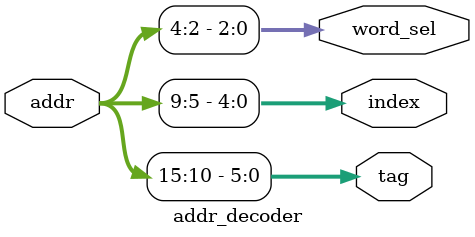
<source format=sv>
module addr_decoder
#(
    parameter ADDR_W   = 16,
    parameter INDEX_W  = 5,
    parameter OFFSET_W = 5   // 32 Bytes por bloque = 5 bits offset
)(
    input  logic [ADDR_W-1:0]  addr,
    output logic [5:0]         tag,     // 16 - 5 - 5 = 6 bits
    output logic [INDEX_W-1:0] index,   // 5 bits (32 líneas)
    output logic [2:0]         word_sel // Selecciona la palabra de 32b dentro del bloque
);

    // Diagrama: [ Tag | Line | Word/Byte ]
    assign tag      = addr[ADDR_W-1 : INDEX_W+OFFSET_W];
    assign index    = addr[INDEX_W+OFFSET_W-1 : OFFSET_W];
    // Los bits [4:2] seleccionan la palabra (32 bits), los bits [1:0] son para bytes
    assign word_sel = addr[4:2]; 

endmodule
</source>
